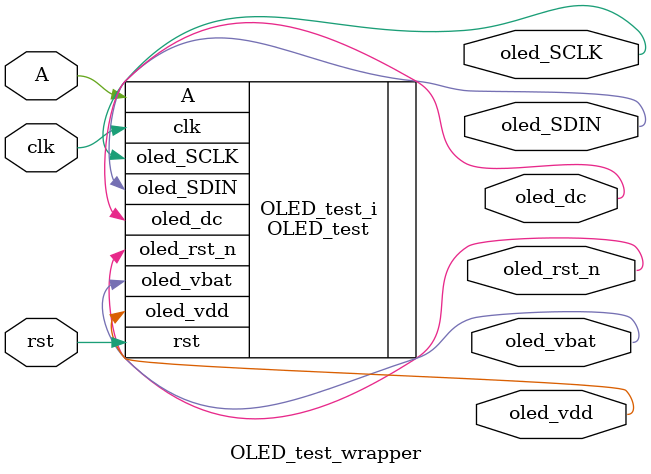
<source format=v>
`timescale 1 ps / 1 ps

module OLED_test_wrapper
   (A,
    clk,
    oled_SCLK,
    oled_SDIN,
    oled_dc,
    oled_rst_n,
    oled_vbat,
    oled_vdd,
    rst);
  input A;
  input clk;
  output oled_SCLK;
  output oled_SDIN;
  output oled_dc;
  output oled_rst_n;
  output oled_vbat;
  output oled_vdd;
  input rst;

  wire A;
  wire clk;
  wire oled_SCLK;
  wire oled_SDIN;
  wire oled_dc;
  wire oled_rst_n;
  wire oled_vbat;
  wire oled_vdd;
  wire rst;

  OLED_test OLED_test_i
       (.A(A),
        .clk(clk),
        .oled_SCLK(oled_SCLK),
        .oled_SDIN(oled_SDIN),
        .oled_dc(oled_dc),
        .oled_rst_n(oled_rst_n),
        .oled_vbat(oled_vbat),
        .oled_vdd(oled_vdd),
        .rst(rst));
endmodule

</source>
